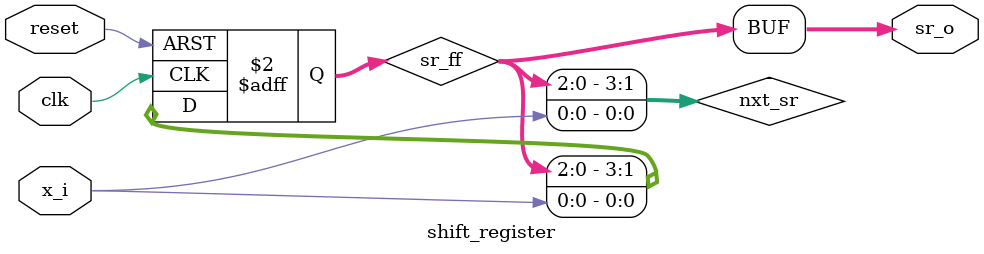
<source format=sv>
`timescale 1ns / 1ps


module shift_register(
    input wire clk,
    input wire reset,
    input wire x_i, //serial input
    
    output wire [3:0] sr_o
  );
  
  logic [3:0]sr_ff;
  logic [3:0]nxt_sr;
  
  always_ff@(posedge clk or posedge reset)
    if(reset)
        sr_ff <= 4'h0;
    else
        sr_ff <= nxt_sr;
  
  assign nxt_sr = {sr_ff[2:0],x_i};
  assign sr_o = sr_ff;
  
endmodule

</source>
